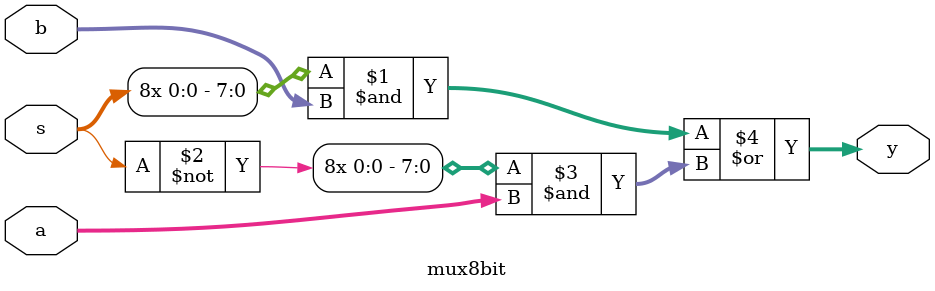
<source format=v>
`timescale 1ns / 1ps


module mux8bit( 
input [7:0] a,
input [7:0] b,
input       s,
output [7:0] y
    );
assign y = ({8{s}} & b) | ({8{~s}} & a);
endmodule

</source>
